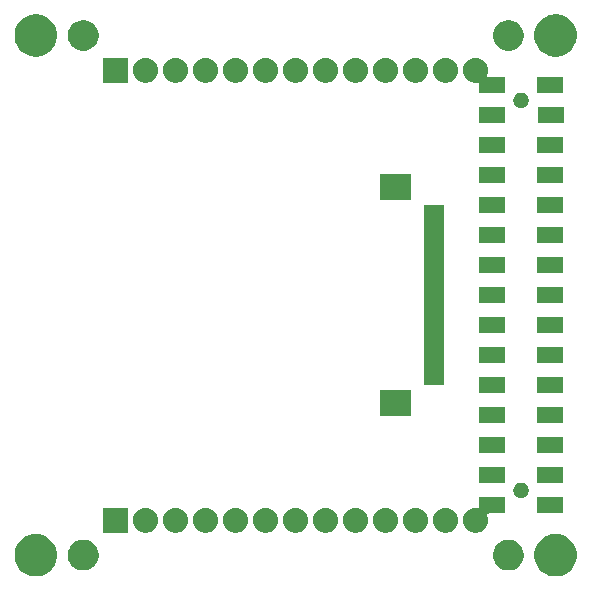
<source format=gbr>
G04 #@! TF.GenerationSoftware,KiCad,Pcbnew,5.1.2-f72e74a~84~ubuntu18.04.1*
G04 #@! TF.CreationDate,2019-07-12T15:11:00+09:00*
G04 #@! TF.ProjectId,bottom_pcb,626f7474-6f6d-45f7-9063-622e6b696361,rev?*
G04 #@! TF.SameCoordinates,Original*
G04 #@! TF.FileFunction,Soldermask,Bot*
G04 #@! TF.FilePolarity,Negative*
%FSLAX46Y46*%
G04 Gerber Fmt 4.6, Leading zero omitted, Abs format (unit mm)*
G04 Created by KiCad (PCBNEW 5.1.2-f72e74a~84~ubuntu18.04.1) date 2019-07-12 15:11:00*
%MOMM*%
%LPD*%
G04 APERTURE LIST*
%ADD10C,0.100000*%
G04 APERTURE END LIST*
D10*
G36*
X147351163Y-95234587D02*
G01*
X147525041Y-95269173D01*
X147852620Y-95404861D01*
X148147433Y-95601849D01*
X148398151Y-95852567D01*
X148595139Y-96147380D01*
X148730827Y-96474959D01*
X148800000Y-96822716D01*
X148800000Y-97177284D01*
X148730827Y-97525041D01*
X148595139Y-97852620D01*
X148398151Y-98147433D01*
X148147433Y-98398151D01*
X147852620Y-98595139D01*
X147525041Y-98730827D01*
X147351162Y-98765414D01*
X147177286Y-98800000D01*
X146822714Y-98800000D01*
X146648837Y-98765413D01*
X146474959Y-98730827D01*
X146147380Y-98595139D01*
X145852567Y-98398151D01*
X145601849Y-98147433D01*
X145404861Y-97852620D01*
X145269173Y-97525041D01*
X145200000Y-97177284D01*
X145200000Y-96822716D01*
X145269173Y-96474959D01*
X145404861Y-96147380D01*
X145601849Y-95852567D01*
X145852567Y-95601849D01*
X146147380Y-95404861D01*
X146474959Y-95269173D01*
X146648838Y-95234586D01*
X146822714Y-95200000D01*
X147177286Y-95200000D01*
X147351163Y-95234587D01*
X147351163Y-95234587D01*
G37*
G36*
X103351163Y-95234587D02*
G01*
X103525041Y-95269173D01*
X103852620Y-95404861D01*
X104147433Y-95601849D01*
X104398151Y-95852567D01*
X104595139Y-96147380D01*
X104730827Y-96474959D01*
X104800000Y-96822716D01*
X104800000Y-97177284D01*
X104730827Y-97525041D01*
X104595139Y-97852620D01*
X104398151Y-98147433D01*
X104147433Y-98398151D01*
X103852620Y-98595139D01*
X103525041Y-98730827D01*
X103351162Y-98765414D01*
X103177286Y-98800000D01*
X102822714Y-98800000D01*
X102648837Y-98765413D01*
X102474959Y-98730827D01*
X102147380Y-98595139D01*
X101852567Y-98398151D01*
X101601849Y-98147433D01*
X101404861Y-97852620D01*
X101269173Y-97525041D01*
X101200000Y-97177284D01*
X101200000Y-96822716D01*
X101269173Y-96474959D01*
X101404861Y-96147380D01*
X101601849Y-95852567D01*
X101852567Y-95601849D01*
X102147380Y-95404861D01*
X102474959Y-95269173D01*
X102648838Y-95234586D01*
X102822714Y-95200000D01*
X103177286Y-95200000D01*
X103351163Y-95234587D01*
X103351163Y-95234587D01*
G37*
G36*
X143253617Y-95724979D02*
G01*
X143379196Y-95749958D01*
X143615781Y-95847955D01*
X143828702Y-95990224D01*
X144009776Y-96171298D01*
X144152045Y-96384219D01*
X144250042Y-96620804D01*
X144300000Y-96871961D01*
X144300000Y-97128039D01*
X144250042Y-97379196D01*
X144152045Y-97615781D01*
X144009776Y-97828702D01*
X143828702Y-98009776D01*
X143615781Y-98152045D01*
X143379196Y-98250042D01*
X143128040Y-98300000D01*
X142871960Y-98300000D01*
X142746383Y-98275021D01*
X142620804Y-98250042D01*
X142384219Y-98152045D01*
X142171298Y-98009776D01*
X141990224Y-97828702D01*
X141847955Y-97615781D01*
X141749958Y-97379196D01*
X141700000Y-97128039D01*
X141700000Y-96871961D01*
X141749958Y-96620804D01*
X141847955Y-96384219D01*
X141990224Y-96171298D01*
X142171298Y-95990224D01*
X142384219Y-95847955D01*
X142620804Y-95749958D01*
X142746383Y-95724979D01*
X142871960Y-95700000D01*
X143128040Y-95700000D01*
X143253617Y-95724979D01*
X143253617Y-95724979D01*
G37*
G36*
X107253617Y-95724979D02*
G01*
X107379196Y-95749958D01*
X107615781Y-95847955D01*
X107828702Y-95990224D01*
X108009776Y-96171298D01*
X108152045Y-96384219D01*
X108250042Y-96620804D01*
X108300000Y-96871961D01*
X108300000Y-97128039D01*
X108250042Y-97379196D01*
X108152045Y-97615781D01*
X108009776Y-97828702D01*
X107828702Y-98009776D01*
X107615781Y-98152045D01*
X107379196Y-98250042D01*
X107128040Y-98300000D01*
X106871960Y-98300000D01*
X106746383Y-98275021D01*
X106620804Y-98250042D01*
X106384219Y-98152045D01*
X106171298Y-98009776D01*
X105990224Y-97828702D01*
X105847955Y-97615781D01*
X105749958Y-97379196D01*
X105700000Y-97128039D01*
X105700000Y-96871961D01*
X105749958Y-96620804D01*
X105847955Y-96384219D01*
X105990224Y-96171298D01*
X106171298Y-95990224D01*
X106384219Y-95847955D01*
X106620804Y-95749958D01*
X106746383Y-95724979D01*
X106871960Y-95700000D01*
X107128040Y-95700000D01*
X107253617Y-95724979D01*
X107253617Y-95724979D01*
G37*
G36*
X142754000Y-93480000D02*
G01*
X141322881Y-93480000D01*
X141298495Y-93482402D01*
X141275046Y-93489515D01*
X141253435Y-93501066D01*
X141234493Y-93516611D01*
X141218948Y-93535553D01*
X141207397Y-93557164D01*
X141200284Y-93580613D01*
X141197882Y-93604999D01*
X141203264Y-93641284D01*
X141204766Y-93646237D01*
X141204767Y-93646238D01*
X141264807Y-93844164D01*
X141285080Y-94050000D01*
X141264807Y-94255836D01*
X141204767Y-94453762D01*
X141204766Y-94453765D01*
X141107268Y-94636170D01*
X140976055Y-94796055D01*
X140816170Y-94927268D01*
X140633765Y-95024766D01*
X140633762Y-95024767D01*
X140435836Y-95084807D01*
X140358707Y-95092403D01*
X140281580Y-95100000D01*
X140178420Y-95100000D01*
X140101293Y-95092403D01*
X140024164Y-95084807D01*
X139826238Y-95024767D01*
X139826235Y-95024766D01*
X139643830Y-94927268D01*
X139483945Y-94796055D01*
X139352732Y-94636170D01*
X139255234Y-94453765D01*
X139255233Y-94453762D01*
X139195193Y-94255836D01*
X139174920Y-94050000D01*
X139195193Y-93844164D01*
X139255233Y-93646238D01*
X139255234Y-93646235D01*
X139352732Y-93463830D01*
X139483945Y-93303945D01*
X139643830Y-93172732D01*
X139826235Y-93075234D01*
X139826238Y-93075233D01*
X140024164Y-93015193D01*
X140101293Y-93007596D01*
X140178420Y-93000000D01*
X140281580Y-93000000D01*
X140416749Y-93013313D01*
X140441253Y-93013313D01*
X140465286Y-93008533D01*
X140487925Y-92999155D01*
X140508300Y-92985542D01*
X140525627Y-92968215D01*
X140539240Y-92947840D01*
X140548618Y-92925201D01*
X140553398Y-92901168D01*
X140554000Y-92888916D01*
X140554000Y-92080000D01*
X142754000Y-92080000D01*
X142754000Y-93480000D01*
X142754000Y-93480000D01*
G37*
G36*
X137818707Y-93007596D02*
G01*
X137895836Y-93015193D01*
X138093762Y-93075233D01*
X138093765Y-93075234D01*
X138276170Y-93172732D01*
X138436055Y-93303945D01*
X138567268Y-93463830D01*
X138664766Y-93646235D01*
X138664767Y-93646238D01*
X138724807Y-93844164D01*
X138745080Y-94050000D01*
X138724807Y-94255836D01*
X138664767Y-94453762D01*
X138664766Y-94453765D01*
X138567268Y-94636170D01*
X138436055Y-94796055D01*
X138276170Y-94927268D01*
X138093765Y-95024766D01*
X138093762Y-95024767D01*
X137895836Y-95084807D01*
X137818707Y-95092403D01*
X137741580Y-95100000D01*
X137638420Y-95100000D01*
X137561293Y-95092403D01*
X137484164Y-95084807D01*
X137286238Y-95024767D01*
X137286235Y-95024766D01*
X137103830Y-94927268D01*
X136943945Y-94796055D01*
X136812732Y-94636170D01*
X136715234Y-94453765D01*
X136715233Y-94453762D01*
X136655193Y-94255836D01*
X136634920Y-94050000D01*
X136655193Y-93844164D01*
X136715233Y-93646238D01*
X136715234Y-93646235D01*
X136812732Y-93463830D01*
X136943945Y-93303945D01*
X137103830Y-93172732D01*
X137286235Y-93075234D01*
X137286238Y-93075233D01*
X137484164Y-93015193D01*
X137561293Y-93007596D01*
X137638420Y-93000000D01*
X137741580Y-93000000D01*
X137818707Y-93007596D01*
X137818707Y-93007596D01*
G37*
G36*
X135278707Y-93007596D02*
G01*
X135355836Y-93015193D01*
X135553762Y-93075233D01*
X135553765Y-93075234D01*
X135736170Y-93172732D01*
X135896055Y-93303945D01*
X136027268Y-93463830D01*
X136124766Y-93646235D01*
X136124767Y-93646238D01*
X136184807Y-93844164D01*
X136205080Y-94050000D01*
X136184807Y-94255836D01*
X136124767Y-94453762D01*
X136124766Y-94453765D01*
X136027268Y-94636170D01*
X135896055Y-94796055D01*
X135736170Y-94927268D01*
X135553765Y-95024766D01*
X135553762Y-95024767D01*
X135355836Y-95084807D01*
X135278707Y-95092403D01*
X135201580Y-95100000D01*
X135098420Y-95100000D01*
X135021293Y-95092403D01*
X134944164Y-95084807D01*
X134746238Y-95024767D01*
X134746235Y-95024766D01*
X134563830Y-94927268D01*
X134403945Y-94796055D01*
X134272732Y-94636170D01*
X134175234Y-94453765D01*
X134175233Y-94453762D01*
X134115193Y-94255836D01*
X134094920Y-94050000D01*
X134115193Y-93844164D01*
X134175233Y-93646238D01*
X134175234Y-93646235D01*
X134272732Y-93463830D01*
X134403945Y-93303945D01*
X134563830Y-93172732D01*
X134746235Y-93075234D01*
X134746238Y-93075233D01*
X134944164Y-93015193D01*
X135021293Y-93007596D01*
X135098420Y-93000000D01*
X135201580Y-93000000D01*
X135278707Y-93007596D01*
X135278707Y-93007596D01*
G37*
G36*
X132738707Y-93007596D02*
G01*
X132815836Y-93015193D01*
X133013762Y-93075233D01*
X133013765Y-93075234D01*
X133196170Y-93172732D01*
X133356055Y-93303945D01*
X133487268Y-93463830D01*
X133584766Y-93646235D01*
X133584767Y-93646238D01*
X133644807Y-93844164D01*
X133665080Y-94050000D01*
X133644807Y-94255836D01*
X133584767Y-94453762D01*
X133584766Y-94453765D01*
X133487268Y-94636170D01*
X133356055Y-94796055D01*
X133196170Y-94927268D01*
X133013765Y-95024766D01*
X133013762Y-95024767D01*
X132815836Y-95084807D01*
X132738707Y-95092403D01*
X132661580Y-95100000D01*
X132558420Y-95100000D01*
X132481293Y-95092403D01*
X132404164Y-95084807D01*
X132206238Y-95024767D01*
X132206235Y-95024766D01*
X132023830Y-94927268D01*
X131863945Y-94796055D01*
X131732732Y-94636170D01*
X131635234Y-94453765D01*
X131635233Y-94453762D01*
X131575193Y-94255836D01*
X131554920Y-94050000D01*
X131575193Y-93844164D01*
X131635233Y-93646238D01*
X131635234Y-93646235D01*
X131732732Y-93463830D01*
X131863945Y-93303945D01*
X132023830Y-93172732D01*
X132206235Y-93075234D01*
X132206238Y-93075233D01*
X132404164Y-93015193D01*
X132481293Y-93007596D01*
X132558420Y-93000000D01*
X132661580Y-93000000D01*
X132738707Y-93007596D01*
X132738707Y-93007596D01*
G37*
G36*
X130198707Y-93007596D02*
G01*
X130275836Y-93015193D01*
X130473762Y-93075233D01*
X130473765Y-93075234D01*
X130656170Y-93172732D01*
X130816055Y-93303945D01*
X130947268Y-93463830D01*
X131044766Y-93646235D01*
X131044767Y-93646238D01*
X131104807Y-93844164D01*
X131125080Y-94050000D01*
X131104807Y-94255836D01*
X131044767Y-94453762D01*
X131044766Y-94453765D01*
X130947268Y-94636170D01*
X130816055Y-94796055D01*
X130656170Y-94927268D01*
X130473765Y-95024766D01*
X130473762Y-95024767D01*
X130275836Y-95084807D01*
X130198707Y-95092403D01*
X130121580Y-95100000D01*
X130018420Y-95100000D01*
X129941293Y-95092403D01*
X129864164Y-95084807D01*
X129666238Y-95024767D01*
X129666235Y-95024766D01*
X129483830Y-94927268D01*
X129323945Y-94796055D01*
X129192732Y-94636170D01*
X129095234Y-94453765D01*
X129095233Y-94453762D01*
X129035193Y-94255836D01*
X129014920Y-94050000D01*
X129035193Y-93844164D01*
X129095233Y-93646238D01*
X129095234Y-93646235D01*
X129192732Y-93463830D01*
X129323945Y-93303945D01*
X129483830Y-93172732D01*
X129666235Y-93075234D01*
X129666238Y-93075233D01*
X129864164Y-93015193D01*
X129941293Y-93007596D01*
X130018420Y-93000000D01*
X130121580Y-93000000D01*
X130198707Y-93007596D01*
X130198707Y-93007596D01*
G37*
G36*
X127658707Y-93007596D02*
G01*
X127735836Y-93015193D01*
X127933762Y-93075233D01*
X127933765Y-93075234D01*
X128116170Y-93172732D01*
X128276055Y-93303945D01*
X128407268Y-93463830D01*
X128504766Y-93646235D01*
X128504767Y-93646238D01*
X128564807Y-93844164D01*
X128585080Y-94050000D01*
X128564807Y-94255836D01*
X128504767Y-94453762D01*
X128504766Y-94453765D01*
X128407268Y-94636170D01*
X128276055Y-94796055D01*
X128116170Y-94927268D01*
X127933765Y-95024766D01*
X127933762Y-95024767D01*
X127735836Y-95084807D01*
X127658707Y-95092403D01*
X127581580Y-95100000D01*
X127478420Y-95100000D01*
X127401293Y-95092403D01*
X127324164Y-95084807D01*
X127126238Y-95024767D01*
X127126235Y-95024766D01*
X126943830Y-94927268D01*
X126783945Y-94796055D01*
X126652732Y-94636170D01*
X126555234Y-94453765D01*
X126555233Y-94453762D01*
X126495193Y-94255836D01*
X126474920Y-94050000D01*
X126495193Y-93844164D01*
X126555233Y-93646238D01*
X126555234Y-93646235D01*
X126652732Y-93463830D01*
X126783945Y-93303945D01*
X126943830Y-93172732D01*
X127126235Y-93075234D01*
X127126238Y-93075233D01*
X127324164Y-93015193D01*
X127401293Y-93007596D01*
X127478420Y-93000000D01*
X127581580Y-93000000D01*
X127658707Y-93007596D01*
X127658707Y-93007596D01*
G37*
G36*
X125118707Y-93007596D02*
G01*
X125195836Y-93015193D01*
X125393762Y-93075233D01*
X125393765Y-93075234D01*
X125576170Y-93172732D01*
X125736055Y-93303945D01*
X125867268Y-93463830D01*
X125964766Y-93646235D01*
X125964767Y-93646238D01*
X126024807Y-93844164D01*
X126045080Y-94050000D01*
X126024807Y-94255836D01*
X125964767Y-94453762D01*
X125964766Y-94453765D01*
X125867268Y-94636170D01*
X125736055Y-94796055D01*
X125576170Y-94927268D01*
X125393765Y-95024766D01*
X125393762Y-95024767D01*
X125195836Y-95084807D01*
X125118707Y-95092403D01*
X125041580Y-95100000D01*
X124938420Y-95100000D01*
X124861293Y-95092403D01*
X124784164Y-95084807D01*
X124586238Y-95024767D01*
X124586235Y-95024766D01*
X124403830Y-94927268D01*
X124243945Y-94796055D01*
X124112732Y-94636170D01*
X124015234Y-94453765D01*
X124015233Y-94453762D01*
X123955193Y-94255836D01*
X123934920Y-94050000D01*
X123955193Y-93844164D01*
X124015233Y-93646238D01*
X124015234Y-93646235D01*
X124112732Y-93463830D01*
X124243945Y-93303945D01*
X124403830Y-93172732D01*
X124586235Y-93075234D01*
X124586238Y-93075233D01*
X124784164Y-93015193D01*
X124861293Y-93007596D01*
X124938420Y-93000000D01*
X125041580Y-93000000D01*
X125118707Y-93007596D01*
X125118707Y-93007596D01*
G37*
G36*
X122578707Y-93007596D02*
G01*
X122655836Y-93015193D01*
X122853762Y-93075233D01*
X122853765Y-93075234D01*
X123036170Y-93172732D01*
X123196055Y-93303945D01*
X123327268Y-93463830D01*
X123424766Y-93646235D01*
X123424767Y-93646238D01*
X123484807Y-93844164D01*
X123505080Y-94050000D01*
X123484807Y-94255836D01*
X123424767Y-94453762D01*
X123424766Y-94453765D01*
X123327268Y-94636170D01*
X123196055Y-94796055D01*
X123036170Y-94927268D01*
X122853765Y-95024766D01*
X122853762Y-95024767D01*
X122655836Y-95084807D01*
X122578707Y-95092403D01*
X122501580Y-95100000D01*
X122398420Y-95100000D01*
X122321293Y-95092403D01*
X122244164Y-95084807D01*
X122046238Y-95024767D01*
X122046235Y-95024766D01*
X121863830Y-94927268D01*
X121703945Y-94796055D01*
X121572732Y-94636170D01*
X121475234Y-94453765D01*
X121475233Y-94453762D01*
X121415193Y-94255836D01*
X121394920Y-94050000D01*
X121415193Y-93844164D01*
X121475233Y-93646238D01*
X121475234Y-93646235D01*
X121572732Y-93463830D01*
X121703945Y-93303945D01*
X121863830Y-93172732D01*
X122046235Y-93075234D01*
X122046238Y-93075233D01*
X122244164Y-93015193D01*
X122321293Y-93007596D01*
X122398420Y-93000000D01*
X122501580Y-93000000D01*
X122578707Y-93007596D01*
X122578707Y-93007596D01*
G37*
G36*
X110800000Y-95100000D02*
G01*
X108700000Y-95100000D01*
X108700000Y-93000000D01*
X110800000Y-93000000D01*
X110800000Y-95100000D01*
X110800000Y-95100000D01*
G37*
G36*
X112418707Y-93007596D02*
G01*
X112495836Y-93015193D01*
X112693762Y-93075233D01*
X112693765Y-93075234D01*
X112876170Y-93172732D01*
X113036055Y-93303945D01*
X113167268Y-93463830D01*
X113264766Y-93646235D01*
X113264767Y-93646238D01*
X113324807Y-93844164D01*
X113345080Y-94050000D01*
X113324807Y-94255836D01*
X113264767Y-94453762D01*
X113264766Y-94453765D01*
X113167268Y-94636170D01*
X113036055Y-94796055D01*
X112876170Y-94927268D01*
X112693765Y-95024766D01*
X112693762Y-95024767D01*
X112495836Y-95084807D01*
X112418707Y-95092403D01*
X112341580Y-95100000D01*
X112238420Y-95100000D01*
X112161293Y-95092403D01*
X112084164Y-95084807D01*
X111886238Y-95024767D01*
X111886235Y-95024766D01*
X111703830Y-94927268D01*
X111543945Y-94796055D01*
X111412732Y-94636170D01*
X111315234Y-94453765D01*
X111315233Y-94453762D01*
X111255193Y-94255836D01*
X111234920Y-94050000D01*
X111255193Y-93844164D01*
X111315233Y-93646238D01*
X111315234Y-93646235D01*
X111412732Y-93463830D01*
X111543945Y-93303945D01*
X111703830Y-93172732D01*
X111886235Y-93075234D01*
X111886238Y-93075233D01*
X112084164Y-93015193D01*
X112161293Y-93007596D01*
X112238420Y-93000000D01*
X112341580Y-93000000D01*
X112418707Y-93007596D01*
X112418707Y-93007596D01*
G37*
G36*
X114958707Y-93007596D02*
G01*
X115035836Y-93015193D01*
X115233762Y-93075233D01*
X115233765Y-93075234D01*
X115416170Y-93172732D01*
X115576055Y-93303945D01*
X115707268Y-93463830D01*
X115804766Y-93646235D01*
X115804767Y-93646238D01*
X115864807Y-93844164D01*
X115885080Y-94050000D01*
X115864807Y-94255836D01*
X115804767Y-94453762D01*
X115804766Y-94453765D01*
X115707268Y-94636170D01*
X115576055Y-94796055D01*
X115416170Y-94927268D01*
X115233765Y-95024766D01*
X115233762Y-95024767D01*
X115035836Y-95084807D01*
X114958707Y-95092403D01*
X114881580Y-95100000D01*
X114778420Y-95100000D01*
X114701293Y-95092403D01*
X114624164Y-95084807D01*
X114426238Y-95024767D01*
X114426235Y-95024766D01*
X114243830Y-94927268D01*
X114083945Y-94796055D01*
X113952732Y-94636170D01*
X113855234Y-94453765D01*
X113855233Y-94453762D01*
X113795193Y-94255836D01*
X113774920Y-94050000D01*
X113795193Y-93844164D01*
X113855233Y-93646238D01*
X113855234Y-93646235D01*
X113952732Y-93463830D01*
X114083945Y-93303945D01*
X114243830Y-93172732D01*
X114426235Y-93075234D01*
X114426238Y-93075233D01*
X114624164Y-93015193D01*
X114701293Y-93007596D01*
X114778420Y-93000000D01*
X114881580Y-93000000D01*
X114958707Y-93007596D01*
X114958707Y-93007596D01*
G37*
G36*
X120038707Y-93007596D02*
G01*
X120115836Y-93015193D01*
X120313762Y-93075233D01*
X120313765Y-93075234D01*
X120496170Y-93172732D01*
X120656055Y-93303945D01*
X120787268Y-93463830D01*
X120884766Y-93646235D01*
X120884767Y-93646238D01*
X120944807Y-93844164D01*
X120965080Y-94050000D01*
X120944807Y-94255836D01*
X120884767Y-94453762D01*
X120884766Y-94453765D01*
X120787268Y-94636170D01*
X120656055Y-94796055D01*
X120496170Y-94927268D01*
X120313765Y-95024766D01*
X120313762Y-95024767D01*
X120115836Y-95084807D01*
X120038707Y-95092403D01*
X119961580Y-95100000D01*
X119858420Y-95100000D01*
X119781293Y-95092403D01*
X119704164Y-95084807D01*
X119506238Y-95024767D01*
X119506235Y-95024766D01*
X119323830Y-94927268D01*
X119163945Y-94796055D01*
X119032732Y-94636170D01*
X118935234Y-94453765D01*
X118935233Y-94453762D01*
X118875193Y-94255836D01*
X118854920Y-94050000D01*
X118875193Y-93844164D01*
X118935233Y-93646238D01*
X118935234Y-93646235D01*
X119032732Y-93463830D01*
X119163945Y-93303945D01*
X119323830Y-93172732D01*
X119506235Y-93075234D01*
X119506238Y-93075233D01*
X119704164Y-93015193D01*
X119781293Y-93007596D01*
X119858420Y-93000000D01*
X119961580Y-93000000D01*
X120038707Y-93007596D01*
X120038707Y-93007596D01*
G37*
G36*
X117498707Y-93007596D02*
G01*
X117575836Y-93015193D01*
X117773762Y-93075233D01*
X117773765Y-93075234D01*
X117956170Y-93172732D01*
X118116055Y-93303945D01*
X118247268Y-93463830D01*
X118344766Y-93646235D01*
X118344767Y-93646238D01*
X118404807Y-93844164D01*
X118425080Y-94050000D01*
X118404807Y-94255836D01*
X118344767Y-94453762D01*
X118344766Y-94453765D01*
X118247268Y-94636170D01*
X118116055Y-94796055D01*
X117956170Y-94927268D01*
X117773765Y-95024766D01*
X117773762Y-95024767D01*
X117575836Y-95084807D01*
X117498707Y-95092403D01*
X117421580Y-95100000D01*
X117318420Y-95100000D01*
X117241293Y-95092403D01*
X117164164Y-95084807D01*
X116966238Y-95024767D01*
X116966235Y-95024766D01*
X116783830Y-94927268D01*
X116623945Y-94796055D01*
X116492732Y-94636170D01*
X116395234Y-94453765D01*
X116395233Y-94453762D01*
X116335193Y-94255836D01*
X116314920Y-94050000D01*
X116335193Y-93844164D01*
X116395233Y-93646238D01*
X116395234Y-93646235D01*
X116492732Y-93463830D01*
X116623945Y-93303945D01*
X116783830Y-93172732D01*
X116966235Y-93075234D01*
X116966238Y-93075233D01*
X117164164Y-93015193D01*
X117241293Y-93007596D01*
X117318420Y-93000000D01*
X117421580Y-93000000D01*
X117498707Y-93007596D01*
X117498707Y-93007596D01*
G37*
G36*
X147594000Y-93480000D02*
G01*
X145394000Y-93480000D01*
X145394000Y-92080000D01*
X147594000Y-92080000D01*
X147594000Y-93480000D01*
X147594000Y-93480000D01*
G37*
G36*
X144221738Y-90876653D02*
G01*
X144263598Y-90884979D01*
X144312596Y-90905275D01*
X144381889Y-90933977D01*
X144381890Y-90933978D01*
X144488351Y-91005112D01*
X144578888Y-91095649D01*
X144626418Y-91166784D01*
X144650023Y-91202111D01*
X144699021Y-91320403D01*
X144724000Y-91445979D01*
X144724000Y-91574021D01*
X144699021Y-91699597D01*
X144650023Y-91817889D01*
X144650022Y-91817890D01*
X144578888Y-91924351D01*
X144488351Y-92014888D01*
X144417216Y-92062418D01*
X144381889Y-92086023D01*
X144312596Y-92114725D01*
X144263598Y-92135021D01*
X144221738Y-92143347D01*
X144138021Y-92160000D01*
X144009979Y-92160000D01*
X143926262Y-92143347D01*
X143884402Y-92135021D01*
X143835404Y-92114725D01*
X143766111Y-92086023D01*
X143730784Y-92062418D01*
X143659649Y-92014888D01*
X143569112Y-91924351D01*
X143497978Y-91817890D01*
X143497977Y-91817889D01*
X143448979Y-91699597D01*
X143424000Y-91574021D01*
X143424000Y-91445979D01*
X143448979Y-91320403D01*
X143497977Y-91202111D01*
X143521582Y-91166784D01*
X143569112Y-91095649D01*
X143659649Y-91005112D01*
X143766110Y-90933978D01*
X143766111Y-90933977D01*
X143835404Y-90905275D01*
X143884402Y-90884979D01*
X143926262Y-90876653D01*
X144009979Y-90860000D01*
X144138021Y-90860000D01*
X144221738Y-90876653D01*
X144221738Y-90876653D01*
G37*
G36*
X147594000Y-90940000D02*
G01*
X145394000Y-90940000D01*
X145394000Y-89540000D01*
X147594000Y-89540000D01*
X147594000Y-90940000D01*
X147594000Y-90940000D01*
G37*
G36*
X142754000Y-90940000D02*
G01*
X140554000Y-90940000D01*
X140554000Y-89540000D01*
X142754000Y-89540000D01*
X142754000Y-90940000D01*
X142754000Y-90940000D01*
G37*
G36*
X147594000Y-88400000D02*
G01*
X145394000Y-88400000D01*
X145394000Y-87000000D01*
X147594000Y-87000000D01*
X147594000Y-88400000D01*
X147594000Y-88400000D01*
G37*
G36*
X142754000Y-88400000D02*
G01*
X140554000Y-88400000D01*
X140554000Y-87000000D01*
X142754000Y-87000000D01*
X142754000Y-88400000D01*
X142754000Y-88400000D01*
G37*
G36*
X142754000Y-85860000D02*
G01*
X140554000Y-85860000D01*
X140554000Y-84460000D01*
X142754000Y-84460000D01*
X142754000Y-85860000D01*
X142754000Y-85860000D01*
G37*
G36*
X147594000Y-85860000D02*
G01*
X145394000Y-85860000D01*
X145394000Y-84460000D01*
X147594000Y-84460000D01*
X147594000Y-85860000D01*
X147594000Y-85860000D01*
G37*
G36*
X134749000Y-85250000D02*
G01*
X132149000Y-85250000D01*
X132149000Y-83050000D01*
X134749000Y-83050000D01*
X134749000Y-85250000D01*
X134749000Y-85250000D01*
G37*
G36*
X147594000Y-83320000D02*
G01*
X145394000Y-83320000D01*
X145394000Y-81920000D01*
X147594000Y-81920000D01*
X147594000Y-83320000D01*
X147594000Y-83320000D01*
G37*
G36*
X142754000Y-83320000D02*
G01*
X140554000Y-83320000D01*
X140554000Y-81920000D01*
X142754000Y-81920000D01*
X142754000Y-83320000D01*
X142754000Y-83320000D01*
G37*
G36*
X137549000Y-82600000D02*
G01*
X135849000Y-82600000D01*
X135849000Y-67400000D01*
X137549000Y-67400000D01*
X137549000Y-82600000D01*
X137549000Y-82600000D01*
G37*
G36*
X147594000Y-80780000D02*
G01*
X145394000Y-80780000D01*
X145394000Y-79380000D01*
X147594000Y-79380000D01*
X147594000Y-80780000D01*
X147594000Y-80780000D01*
G37*
G36*
X142754000Y-80780000D02*
G01*
X140554000Y-80780000D01*
X140554000Y-79380000D01*
X142754000Y-79380000D01*
X142754000Y-80780000D01*
X142754000Y-80780000D01*
G37*
G36*
X147594000Y-78240000D02*
G01*
X145394000Y-78240000D01*
X145394000Y-76840000D01*
X147594000Y-76840000D01*
X147594000Y-78240000D01*
X147594000Y-78240000D01*
G37*
G36*
X142754000Y-78240000D02*
G01*
X140554000Y-78240000D01*
X140554000Y-76840000D01*
X142754000Y-76840000D01*
X142754000Y-78240000D01*
X142754000Y-78240000D01*
G37*
G36*
X142754000Y-75700000D02*
G01*
X140554000Y-75700000D01*
X140554000Y-74300000D01*
X142754000Y-74300000D01*
X142754000Y-75700000D01*
X142754000Y-75700000D01*
G37*
G36*
X147594000Y-75700000D02*
G01*
X145394000Y-75700000D01*
X145394000Y-74300000D01*
X147594000Y-74300000D01*
X147594000Y-75700000D01*
X147594000Y-75700000D01*
G37*
G36*
X142754000Y-73160000D02*
G01*
X140554000Y-73160000D01*
X140554000Y-71760000D01*
X142754000Y-71760000D01*
X142754000Y-73160000D01*
X142754000Y-73160000D01*
G37*
G36*
X147594000Y-73160000D02*
G01*
X145394000Y-73160000D01*
X145394000Y-71760000D01*
X147594000Y-71760000D01*
X147594000Y-73160000D01*
X147594000Y-73160000D01*
G37*
G36*
X142754000Y-70620000D02*
G01*
X140554000Y-70620000D01*
X140554000Y-69220000D01*
X142754000Y-69220000D01*
X142754000Y-70620000D01*
X142754000Y-70620000D01*
G37*
G36*
X147594000Y-70620000D02*
G01*
X145394000Y-70620000D01*
X145394000Y-69220000D01*
X147594000Y-69220000D01*
X147594000Y-70620000D01*
X147594000Y-70620000D01*
G37*
G36*
X147594000Y-68080000D02*
G01*
X145394000Y-68080000D01*
X145394000Y-66680000D01*
X147594000Y-66680000D01*
X147594000Y-68080000D01*
X147594000Y-68080000D01*
G37*
G36*
X142754000Y-68080000D02*
G01*
X140554000Y-68080000D01*
X140554000Y-66680000D01*
X142754000Y-66680000D01*
X142754000Y-68080000D01*
X142754000Y-68080000D01*
G37*
G36*
X134749000Y-66950000D02*
G01*
X132149000Y-66950000D01*
X132149000Y-64750000D01*
X134749000Y-64750000D01*
X134749000Y-66950000D01*
X134749000Y-66950000D01*
G37*
G36*
X142754000Y-65540000D02*
G01*
X140554000Y-65540000D01*
X140554000Y-64140000D01*
X142754000Y-64140000D01*
X142754000Y-65540000D01*
X142754000Y-65540000D01*
G37*
G36*
X147594000Y-65540000D02*
G01*
X145394000Y-65540000D01*
X145394000Y-64140000D01*
X147594000Y-64140000D01*
X147594000Y-65540000D01*
X147594000Y-65540000D01*
G37*
G36*
X147594000Y-63000000D02*
G01*
X145394000Y-63000000D01*
X145394000Y-61600000D01*
X147594000Y-61600000D01*
X147594000Y-63000000D01*
X147594000Y-63000000D01*
G37*
G36*
X142754000Y-63000000D02*
G01*
X140554000Y-63000000D01*
X140554000Y-61600000D01*
X142754000Y-61600000D01*
X142754000Y-63000000D01*
X142754000Y-63000000D01*
G37*
G36*
X142754000Y-60460000D02*
G01*
X140554000Y-60460000D01*
X140554000Y-59060000D01*
X142754000Y-59060000D01*
X142754000Y-60460000D01*
X142754000Y-60460000D01*
G37*
G36*
X147694000Y-60460000D02*
G01*
X145494000Y-60460000D01*
X145494000Y-59060000D01*
X147694000Y-59060000D01*
X147694000Y-60460000D01*
X147694000Y-60460000D01*
G37*
G36*
X144221738Y-57856653D02*
G01*
X144263598Y-57864979D01*
X144312596Y-57885275D01*
X144381889Y-57913977D01*
X144381890Y-57913978D01*
X144488351Y-57985112D01*
X144578888Y-58075649D01*
X144626418Y-58146784D01*
X144650023Y-58182111D01*
X144699021Y-58300403D01*
X144724000Y-58425979D01*
X144724000Y-58554021D01*
X144699021Y-58679597D01*
X144650023Y-58797889D01*
X144650022Y-58797890D01*
X144578888Y-58904351D01*
X144488351Y-58994888D01*
X144417216Y-59042418D01*
X144381889Y-59066023D01*
X144312596Y-59094725D01*
X144263598Y-59115021D01*
X144221738Y-59123347D01*
X144138021Y-59140000D01*
X144009979Y-59140000D01*
X143926262Y-59123347D01*
X143884402Y-59115021D01*
X143835404Y-59094725D01*
X143766111Y-59066023D01*
X143730784Y-59042418D01*
X143659649Y-58994888D01*
X143569112Y-58904351D01*
X143497978Y-58797890D01*
X143497977Y-58797889D01*
X143448979Y-58679597D01*
X143424000Y-58554021D01*
X143424000Y-58425979D01*
X143448979Y-58300403D01*
X143497977Y-58182111D01*
X143521582Y-58146784D01*
X143569112Y-58075649D01*
X143659649Y-57985112D01*
X143766110Y-57913978D01*
X143766111Y-57913977D01*
X143835404Y-57885275D01*
X143884402Y-57864979D01*
X143926262Y-57856653D01*
X144009979Y-57840000D01*
X144138021Y-57840000D01*
X144221738Y-57856653D01*
X144221738Y-57856653D01*
G37*
G36*
X147594000Y-57920000D02*
G01*
X145394000Y-57920000D01*
X145394000Y-56520000D01*
X147594000Y-56520000D01*
X147594000Y-57920000D01*
X147594000Y-57920000D01*
G37*
G36*
X140358707Y-54907596D02*
G01*
X140435836Y-54915193D01*
X140633762Y-54975233D01*
X140633765Y-54975234D01*
X140816170Y-55072732D01*
X140976055Y-55203945D01*
X141107268Y-55363830D01*
X141204766Y-55546235D01*
X141204767Y-55546238D01*
X141264807Y-55744164D01*
X141285080Y-55950000D01*
X141264807Y-56155836D01*
X141204767Y-56353762D01*
X141203264Y-56358716D01*
X141198484Y-56382749D01*
X141198484Y-56407253D01*
X141203265Y-56431287D01*
X141212642Y-56453925D01*
X141226256Y-56474300D01*
X141243583Y-56491627D01*
X141263957Y-56505240D01*
X141286596Y-56514618D01*
X141322881Y-56520000D01*
X142754000Y-56520000D01*
X142754000Y-57920000D01*
X140554000Y-57920000D01*
X140554000Y-57111084D01*
X140551598Y-57086698D01*
X140544485Y-57063249D01*
X140532934Y-57041638D01*
X140517389Y-57022696D01*
X140498447Y-57007151D01*
X140476836Y-56995600D01*
X140453387Y-56988487D01*
X140429001Y-56986085D01*
X140416749Y-56986687D01*
X140281580Y-57000000D01*
X140178420Y-57000000D01*
X140101293Y-56992403D01*
X140024164Y-56984807D01*
X139826238Y-56924767D01*
X139826235Y-56924766D01*
X139643830Y-56827268D01*
X139483945Y-56696055D01*
X139352732Y-56536170D01*
X139255234Y-56353765D01*
X139255233Y-56353762D01*
X139195193Y-56155836D01*
X139174920Y-55950000D01*
X139195193Y-55744164D01*
X139255233Y-55546238D01*
X139255234Y-55546235D01*
X139352732Y-55363830D01*
X139483945Y-55203945D01*
X139643830Y-55072732D01*
X139826235Y-54975234D01*
X139826238Y-54975233D01*
X140024164Y-54915193D01*
X140101293Y-54907596D01*
X140178420Y-54900000D01*
X140281580Y-54900000D01*
X140358707Y-54907596D01*
X140358707Y-54907596D01*
G37*
G36*
X110800000Y-57000000D02*
G01*
X108700000Y-57000000D01*
X108700000Y-54900000D01*
X110800000Y-54900000D01*
X110800000Y-57000000D01*
X110800000Y-57000000D01*
G37*
G36*
X112418707Y-54907596D02*
G01*
X112495836Y-54915193D01*
X112693762Y-54975233D01*
X112693765Y-54975234D01*
X112876170Y-55072732D01*
X113036055Y-55203945D01*
X113167268Y-55363830D01*
X113264766Y-55546235D01*
X113264767Y-55546238D01*
X113324807Y-55744164D01*
X113345080Y-55950000D01*
X113324807Y-56155836D01*
X113264767Y-56353762D01*
X113264766Y-56353765D01*
X113167268Y-56536170D01*
X113036055Y-56696055D01*
X112876170Y-56827268D01*
X112693765Y-56924766D01*
X112693762Y-56924767D01*
X112495836Y-56984807D01*
X112418707Y-56992403D01*
X112341580Y-57000000D01*
X112238420Y-57000000D01*
X112161293Y-56992403D01*
X112084164Y-56984807D01*
X111886238Y-56924767D01*
X111886235Y-56924766D01*
X111703830Y-56827268D01*
X111543945Y-56696055D01*
X111412732Y-56536170D01*
X111315234Y-56353765D01*
X111315233Y-56353762D01*
X111255193Y-56155836D01*
X111234920Y-55950000D01*
X111255193Y-55744164D01*
X111315233Y-55546238D01*
X111315234Y-55546235D01*
X111412732Y-55363830D01*
X111543945Y-55203945D01*
X111703830Y-55072732D01*
X111886235Y-54975234D01*
X111886238Y-54975233D01*
X112084164Y-54915193D01*
X112161293Y-54907596D01*
X112238420Y-54900000D01*
X112341580Y-54900000D01*
X112418707Y-54907596D01*
X112418707Y-54907596D01*
G37*
G36*
X114958707Y-54907596D02*
G01*
X115035836Y-54915193D01*
X115233762Y-54975233D01*
X115233765Y-54975234D01*
X115416170Y-55072732D01*
X115576055Y-55203945D01*
X115707268Y-55363830D01*
X115804766Y-55546235D01*
X115804767Y-55546238D01*
X115864807Y-55744164D01*
X115885080Y-55950000D01*
X115864807Y-56155836D01*
X115804767Y-56353762D01*
X115804766Y-56353765D01*
X115707268Y-56536170D01*
X115576055Y-56696055D01*
X115416170Y-56827268D01*
X115233765Y-56924766D01*
X115233762Y-56924767D01*
X115035836Y-56984807D01*
X114958707Y-56992403D01*
X114881580Y-57000000D01*
X114778420Y-57000000D01*
X114701293Y-56992403D01*
X114624164Y-56984807D01*
X114426238Y-56924767D01*
X114426235Y-56924766D01*
X114243830Y-56827268D01*
X114083945Y-56696055D01*
X113952732Y-56536170D01*
X113855234Y-56353765D01*
X113855233Y-56353762D01*
X113795193Y-56155836D01*
X113774920Y-55950000D01*
X113795193Y-55744164D01*
X113855233Y-55546238D01*
X113855234Y-55546235D01*
X113952732Y-55363830D01*
X114083945Y-55203945D01*
X114243830Y-55072732D01*
X114426235Y-54975234D01*
X114426238Y-54975233D01*
X114624164Y-54915193D01*
X114701293Y-54907596D01*
X114778420Y-54900000D01*
X114881580Y-54900000D01*
X114958707Y-54907596D01*
X114958707Y-54907596D01*
G37*
G36*
X117498707Y-54907596D02*
G01*
X117575836Y-54915193D01*
X117773762Y-54975233D01*
X117773765Y-54975234D01*
X117956170Y-55072732D01*
X118116055Y-55203945D01*
X118247268Y-55363830D01*
X118344766Y-55546235D01*
X118344767Y-55546238D01*
X118404807Y-55744164D01*
X118425080Y-55950000D01*
X118404807Y-56155836D01*
X118344767Y-56353762D01*
X118344766Y-56353765D01*
X118247268Y-56536170D01*
X118116055Y-56696055D01*
X117956170Y-56827268D01*
X117773765Y-56924766D01*
X117773762Y-56924767D01*
X117575836Y-56984807D01*
X117498707Y-56992403D01*
X117421580Y-57000000D01*
X117318420Y-57000000D01*
X117241293Y-56992403D01*
X117164164Y-56984807D01*
X116966238Y-56924767D01*
X116966235Y-56924766D01*
X116783830Y-56827268D01*
X116623945Y-56696055D01*
X116492732Y-56536170D01*
X116395234Y-56353765D01*
X116395233Y-56353762D01*
X116335193Y-56155836D01*
X116314920Y-55950000D01*
X116335193Y-55744164D01*
X116395233Y-55546238D01*
X116395234Y-55546235D01*
X116492732Y-55363830D01*
X116623945Y-55203945D01*
X116783830Y-55072732D01*
X116966235Y-54975234D01*
X116966238Y-54975233D01*
X117164164Y-54915193D01*
X117241293Y-54907596D01*
X117318420Y-54900000D01*
X117421580Y-54900000D01*
X117498707Y-54907596D01*
X117498707Y-54907596D01*
G37*
G36*
X120038707Y-54907596D02*
G01*
X120115836Y-54915193D01*
X120313762Y-54975233D01*
X120313765Y-54975234D01*
X120496170Y-55072732D01*
X120656055Y-55203945D01*
X120787268Y-55363830D01*
X120884766Y-55546235D01*
X120884767Y-55546238D01*
X120944807Y-55744164D01*
X120965080Y-55950000D01*
X120944807Y-56155836D01*
X120884767Y-56353762D01*
X120884766Y-56353765D01*
X120787268Y-56536170D01*
X120656055Y-56696055D01*
X120496170Y-56827268D01*
X120313765Y-56924766D01*
X120313762Y-56924767D01*
X120115836Y-56984807D01*
X120038707Y-56992403D01*
X119961580Y-57000000D01*
X119858420Y-57000000D01*
X119781293Y-56992403D01*
X119704164Y-56984807D01*
X119506238Y-56924767D01*
X119506235Y-56924766D01*
X119323830Y-56827268D01*
X119163945Y-56696055D01*
X119032732Y-56536170D01*
X118935234Y-56353765D01*
X118935233Y-56353762D01*
X118875193Y-56155836D01*
X118854920Y-55950000D01*
X118875193Y-55744164D01*
X118935233Y-55546238D01*
X118935234Y-55546235D01*
X119032732Y-55363830D01*
X119163945Y-55203945D01*
X119323830Y-55072732D01*
X119506235Y-54975234D01*
X119506238Y-54975233D01*
X119704164Y-54915193D01*
X119781293Y-54907596D01*
X119858420Y-54900000D01*
X119961580Y-54900000D01*
X120038707Y-54907596D01*
X120038707Y-54907596D01*
G37*
G36*
X137818707Y-54907596D02*
G01*
X137895836Y-54915193D01*
X138093762Y-54975233D01*
X138093765Y-54975234D01*
X138276170Y-55072732D01*
X138436055Y-55203945D01*
X138567268Y-55363830D01*
X138664766Y-55546235D01*
X138664767Y-55546238D01*
X138724807Y-55744164D01*
X138745080Y-55950000D01*
X138724807Y-56155836D01*
X138664767Y-56353762D01*
X138664766Y-56353765D01*
X138567268Y-56536170D01*
X138436055Y-56696055D01*
X138276170Y-56827268D01*
X138093765Y-56924766D01*
X138093762Y-56924767D01*
X137895836Y-56984807D01*
X137818707Y-56992403D01*
X137741580Y-57000000D01*
X137638420Y-57000000D01*
X137561293Y-56992403D01*
X137484164Y-56984807D01*
X137286238Y-56924767D01*
X137286235Y-56924766D01*
X137103830Y-56827268D01*
X136943945Y-56696055D01*
X136812732Y-56536170D01*
X136715234Y-56353765D01*
X136715233Y-56353762D01*
X136655193Y-56155836D01*
X136634920Y-55950000D01*
X136655193Y-55744164D01*
X136715233Y-55546238D01*
X136715234Y-55546235D01*
X136812732Y-55363830D01*
X136943945Y-55203945D01*
X137103830Y-55072732D01*
X137286235Y-54975234D01*
X137286238Y-54975233D01*
X137484164Y-54915193D01*
X137561293Y-54907596D01*
X137638420Y-54900000D01*
X137741580Y-54900000D01*
X137818707Y-54907596D01*
X137818707Y-54907596D01*
G37*
G36*
X135278707Y-54907596D02*
G01*
X135355836Y-54915193D01*
X135553762Y-54975233D01*
X135553765Y-54975234D01*
X135736170Y-55072732D01*
X135896055Y-55203945D01*
X136027268Y-55363830D01*
X136124766Y-55546235D01*
X136124767Y-55546238D01*
X136184807Y-55744164D01*
X136205080Y-55950000D01*
X136184807Y-56155836D01*
X136124767Y-56353762D01*
X136124766Y-56353765D01*
X136027268Y-56536170D01*
X135896055Y-56696055D01*
X135736170Y-56827268D01*
X135553765Y-56924766D01*
X135553762Y-56924767D01*
X135355836Y-56984807D01*
X135278707Y-56992403D01*
X135201580Y-57000000D01*
X135098420Y-57000000D01*
X135021293Y-56992403D01*
X134944164Y-56984807D01*
X134746238Y-56924767D01*
X134746235Y-56924766D01*
X134563830Y-56827268D01*
X134403945Y-56696055D01*
X134272732Y-56536170D01*
X134175234Y-56353765D01*
X134175233Y-56353762D01*
X134115193Y-56155836D01*
X134094920Y-55950000D01*
X134115193Y-55744164D01*
X134175233Y-55546238D01*
X134175234Y-55546235D01*
X134272732Y-55363830D01*
X134403945Y-55203945D01*
X134563830Y-55072732D01*
X134746235Y-54975234D01*
X134746238Y-54975233D01*
X134944164Y-54915193D01*
X135021293Y-54907596D01*
X135098420Y-54900000D01*
X135201580Y-54900000D01*
X135278707Y-54907596D01*
X135278707Y-54907596D01*
G37*
G36*
X132738707Y-54907596D02*
G01*
X132815836Y-54915193D01*
X133013762Y-54975233D01*
X133013765Y-54975234D01*
X133196170Y-55072732D01*
X133356055Y-55203945D01*
X133487268Y-55363830D01*
X133584766Y-55546235D01*
X133584767Y-55546238D01*
X133644807Y-55744164D01*
X133665080Y-55950000D01*
X133644807Y-56155836D01*
X133584767Y-56353762D01*
X133584766Y-56353765D01*
X133487268Y-56536170D01*
X133356055Y-56696055D01*
X133196170Y-56827268D01*
X133013765Y-56924766D01*
X133013762Y-56924767D01*
X132815836Y-56984807D01*
X132738707Y-56992403D01*
X132661580Y-57000000D01*
X132558420Y-57000000D01*
X132481293Y-56992403D01*
X132404164Y-56984807D01*
X132206238Y-56924767D01*
X132206235Y-56924766D01*
X132023830Y-56827268D01*
X131863945Y-56696055D01*
X131732732Y-56536170D01*
X131635234Y-56353765D01*
X131635233Y-56353762D01*
X131575193Y-56155836D01*
X131554920Y-55950000D01*
X131575193Y-55744164D01*
X131635233Y-55546238D01*
X131635234Y-55546235D01*
X131732732Y-55363830D01*
X131863945Y-55203945D01*
X132023830Y-55072732D01*
X132206235Y-54975234D01*
X132206238Y-54975233D01*
X132404164Y-54915193D01*
X132481293Y-54907596D01*
X132558420Y-54900000D01*
X132661580Y-54900000D01*
X132738707Y-54907596D01*
X132738707Y-54907596D01*
G37*
G36*
X130198707Y-54907596D02*
G01*
X130275836Y-54915193D01*
X130473762Y-54975233D01*
X130473765Y-54975234D01*
X130656170Y-55072732D01*
X130816055Y-55203945D01*
X130947268Y-55363830D01*
X131044766Y-55546235D01*
X131044767Y-55546238D01*
X131104807Y-55744164D01*
X131125080Y-55950000D01*
X131104807Y-56155836D01*
X131044767Y-56353762D01*
X131044766Y-56353765D01*
X130947268Y-56536170D01*
X130816055Y-56696055D01*
X130656170Y-56827268D01*
X130473765Y-56924766D01*
X130473762Y-56924767D01*
X130275836Y-56984807D01*
X130198707Y-56992403D01*
X130121580Y-57000000D01*
X130018420Y-57000000D01*
X129941293Y-56992403D01*
X129864164Y-56984807D01*
X129666238Y-56924767D01*
X129666235Y-56924766D01*
X129483830Y-56827268D01*
X129323945Y-56696055D01*
X129192732Y-56536170D01*
X129095234Y-56353765D01*
X129095233Y-56353762D01*
X129035193Y-56155836D01*
X129014920Y-55950000D01*
X129035193Y-55744164D01*
X129095233Y-55546238D01*
X129095234Y-55546235D01*
X129192732Y-55363830D01*
X129323945Y-55203945D01*
X129483830Y-55072732D01*
X129666235Y-54975234D01*
X129666238Y-54975233D01*
X129864164Y-54915193D01*
X129941293Y-54907596D01*
X130018420Y-54900000D01*
X130121580Y-54900000D01*
X130198707Y-54907596D01*
X130198707Y-54907596D01*
G37*
G36*
X127658707Y-54907596D02*
G01*
X127735836Y-54915193D01*
X127933762Y-54975233D01*
X127933765Y-54975234D01*
X128116170Y-55072732D01*
X128276055Y-55203945D01*
X128407268Y-55363830D01*
X128504766Y-55546235D01*
X128504767Y-55546238D01*
X128564807Y-55744164D01*
X128585080Y-55950000D01*
X128564807Y-56155836D01*
X128504767Y-56353762D01*
X128504766Y-56353765D01*
X128407268Y-56536170D01*
X128276055Y-56696055D01*
X128116170Y-56827268D01*
X127933765Y-56924766D01*
X127933762Y-56924767D01*
X127735836Y-56984807D01*
X127658707Y-56992403D01*
X127581580Y-57000000D01*
X127478420Y-57000000D01*
X127401293Y-56992403D01*
X127324164Y-56984807D01*
X127126238Y-56924767D01*
X127126235Y-56924766D01*
X126943830Y-56827268D01*
X126783945Y-56696055D01*
X126652732Y-56536170D01*
X126555234Y-56353765D01*
X126555233Y-56353762D01*
X126495193Y-56155836D01*
X126474920Y-55950000D01*
X126495193Y-55744164D01*
X126555233Y-55546238D01*
X126555234Y-55546235D01*
X126652732Y-55363830D01*
X126783945Y-55203945D01*
X126943830Y-55072732D01*
X127126235Y-54975234D01*
X127126238Y-54975233D01*
X127324164Y-54915193D01*
X127401293Y-54907596D01*
X127478420Y-54900000D01*
X127581580Y-54900000D01*
X127658707Y-54907596D01*
X127658707Y-54907596D01*
G37*
G36*
X125118707Y-54907596D02*
G01*
X125195836Y-54915193D01*
X125393762Y-54975233D01*
X125393765Y-54975234D01*
X125576170Y-55072732D01*
X125736055Y-55203945D01*
X125867268Y-55363830D01*
X125964766Y-55546235D01*
X125964767Y-55546238D01*
X126024807Y-55744164D01*
X126045080Y-55950000D01*
X126024807Y-56155836D01*
X125964767Y-56353762D01*
X125964766Y-56353765D01*
X125867268Y-56536170D01*
X125736055Y-56696055D01*
X125576170Y-56827268D01*
X125393765Y-56924766D01*
X125393762Y-56924767D01*
X125195836Y-56984807D01*
X125118707Y-56992403D01*
X125041580Y-57000000D01*
X124938420Y-57000000D01*
X124861293Y-56992403D01*
X124784164Y-56984807D01*
X124586238Y-56924767D01*
X124586235Y-56924766D01*
X124403830Y-56827268D01*
X124243945Y-56696055D01*
X124112732Y-56536170D01*
X124015234Y-56353765D01*
X124015233Y-56353762D01*
X123955193Y-56155836D01*
X123934920Y-55950000D01*
X123955193Y-55744164D01*
X124015233Y-55546238D01*
X124015234Y-55546235D01*
X124112732Y-55363830D01*
X124243945Y-55203945D01*
X124403830Y-55072732D01*
X124586235Y-54975234D01*
X124586238Y-54975233D01*
X124784164Y-54915193D01*
X124861293Y-54907596D01*
X124938420Y-54900000D01*
X125041580Y-54900000D01*
X125118707Y-54907596D01*
X125118707Y-54907596D01*
G37*
G36*
X122578707Y-54907596D02*
G01*
X122655836Y-54915193D01*
X122853762Y-54975233D01*
X122853765Y-54975234D01*
X123036170Y-55072732D01*
X123196055Y-55203945D01*
X123327268Y-55363830D01*
X123424766Y-55546235D01*
X123424767Y-55546238D01*
X123484807Y-55744164D01*
X123505080Y-55950000D01*
X123484807Y-56155836D01*
X123424767Y-56353762D01*
X123424766Y-56353765D01*
X123327268Y-56536170D01*
X123196055Y-56696055D01*
X123036170Y-56827268D01*
X122853765Y-56924766D01*
X122853762Y-56924767D01*
X122655836Y-56984807D01*
X122578707Y-56992403D01*
X122501580Y-57000000D01*
X122398420Y-57000000D01*
X122321293Y-56992403D01*
X122244164Y-56984807D01*
X122046238Y-56924767D01*
X122046235Y-56924766D01*
X121863830Y-56827268D01*
X121703945Y-56696055D01*
X121572732Y-56536170D01*
X121475234Y-56353765D01*
X121475233Y-56353762D01*
X121415193Y-56155836D01*
X121394920Y-55950000D01*
X121415193Y-55744164D01*
X121475233Y-55546238D01*
X121475234Y-55546235D01*
X121572732Y-55363830D01*
X121703945Y-55203945D01*
X121863830Y-55072732D01*
X122046235Y-54975234D01*
X122046238Y-54975233D01*
X122244164Y-54915193D01*
X122321293Y-54907596D01*
X122398420Y-54900000D01*
X122501580Y-54900000D01*
X122578707Y-54907596D01*
X122578707Y-54907596D01*
G37*
G36*
X147351163Y-51234587D02*
G01*
X147525041Y-51269173D01*
X147852620Y-51404861D01*
X148147433Y-51601849D01*
X148398151Y-51852567D01*
X148595139Y-52147380D01*
X148730827Y-52474959D01*
X148800000Y-52822716D01*
X148800000Y-53177284D01*
X148730827Y-53525041D01*
X148595139Y-53852620D01*
X148398151Y-54147433D01*
X148147433Y-54398151D01*
X147852620Y-54595139D01*
X147525041Y-54730827D01*
X147351162Y-54765414D01*
X147177286Y-54800000D01*
X146822714Y-54800000D01*
X146648838Y-54765414D01*
X146474959Y-54730827D01*
X146147380Y-54595139D01*
X145852567Y-54398151D01*
X145601849Y-54147433D01*
X145404861Y-53852620D01*
X145269173Y-53525041D01*
X145200000Y-53177284D01*
X145200000Y-52822716D01*
X145269173Y-52474959D01*
X145404861Y-52147380D01*
X145601849Y-51852567D01*
X145852567Y-51601849D01*
X146147380Y-51404861D01*
X146474959Y-51269173D01*
X146648837Y-51234587D01*
X146822714Y-51200000D01*
X147177286Y-51200000D01*
X147351163Y-51234587D01*
X147351163Y-51234587D01*
G37*
G36*
X103351163Y-51234587D02*
G01*
X103525041Y-51269173D01*
X103852620Y-51404861D01*
X104147433Y-51601849D01*
X104398151Y-51852567D01*
X104595139Y-52147380D01*
X104730827Y-52474959D01*
X104800000Y-52822716D01*
X104800000Y-53177284D01*
X104730827Y-53525041D01*
X104595139Y-53852620D01*
X104398151Y-54147433D01*
X104147433Y-54398151D01*
X103852620Y-54595139D01*
X103525041Y-54730827D01*
X103351162Y-54765414D01*
X103177286Y-54800000D01*
X102822714Y-54800000D01*
X102648838Y-54765414D01*
X102474959Y-54730827D01*
X102147380Y-54595139D01*
X101852567Y-54398151D01*
X101601849Y-54147433D01*
X101404861Y-53852620D01*
X101269173Y-53525041D01*
X101200000Y-53177284D01*
X101200000Y-52822716D01*
X101269173Y-52474959D01*
X101404861Y-52147380D01*
X101601849Y-51852567D01*
X101852567Y-51601849D01*
X102147380Y-51404861D01*
X102474959Y-51269173D01*
X102648837Y-51234587D01*
X102822714Y-51200000D01*
X103177286Y-51200000D01*
X103351163Y-51234587D01*
X103351163Y-51234587D01*
G37*
G36*
X107379196Y-51749958D02*
G01*
X107615781Y-51847955D01*
X107828702Y-51990224D01*
X108009776Y-52171298D01*
X108152045Y-52384219D01*
X108250042Y-52620804D01*
X108300000Y-52871961D01*
X108300000Y-53128039D01*
X108250042Y-53379196D01*
X108152045Y-53615781D01*
X108009776Y-53828702D01*
X107828702Y-54009776D01*
X107615781Y-54152045D01*
X107379196Y-54250042D01*
X107128040Y-54300000D01*
X106871960Y-54300000D01*
X106620804Y-54250042D01*
X106384219Y-54152045D01*
X106171298Y-54009776D01*
X105990224Y-53828702D01*
X105847955Y-53615781D01*
X105749958Y-53379196D01*
X105700000Y-53128039D01*
X105700000Y-52871961D01*
X105749958Y-52620804D01*
X105847955Y-52384219D01*
X105990224Y-52171298D01*
X106171298Y-51990224D01*
X106384219Y-51847955D01*
X106620804Y-51749958D01*
X106871960Y-51700000D01*
X107128040Y-51700000D01*
X107379196Y-51749958D01*
X107379196Y-51749958D01*
G37*
G36*
X143379196Y-51749958D02*
G01*
X143615781Y-51847955D01*
X143828702Y-51990224D01*
X144009776Y-52171298D01*
X144152045Y-52384219D01*
X144250042Y-52620804D01*
X144300000Y-52871961D01*
X144300000Y-53128039D01*
X144250042Y-53379196D01*
X144152045Y-53615781D01*
X144009776Y-53828702D01*
X143828702Y-54009776D01*
X143615781Y-54152045D01*
X143379196Y-54250042D01*
X143128040Y-54300000D01*
X142871960Y-54300000D01*
X142620804Y-54250042D01*
X142384219Y-54152045D01*
X142171298Y-54009776D01*
X141990224Y-53828702D01*
X141847955Y-53615781D01*
X141749958Y-53379196D01*
X141700000Y-53128039D01*
X141700000Y-52871961D01*
X141749958Y-52620804D01*
X141847955Y-52384219D01*
X141990224Y-52171298D01*
X142171298Y-51990224D01*
X142384219Y-51847955D01*
X142620804Y-51749958D01*
X142871960Y-51700000D01*
X143128040Y-51700000D01*
X143379196Y-51749958D01*
X143379196Y-51749958D01*
G37*
M02*

</source>
